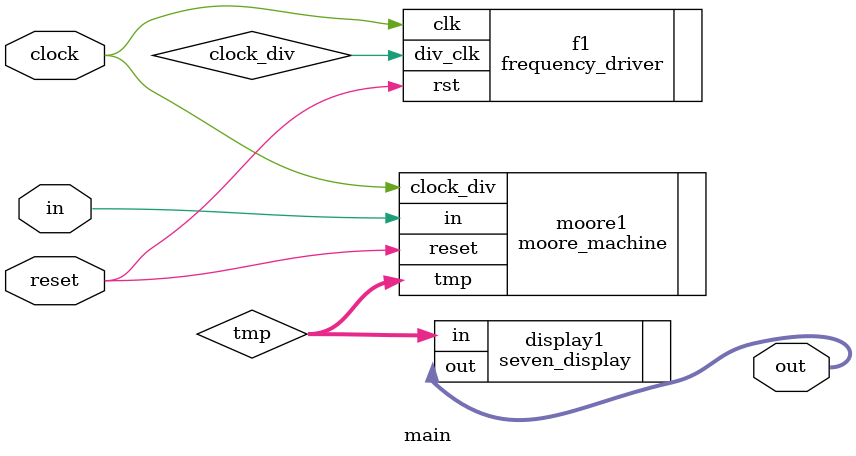
<source format=v>
module main(clock, reset, in, out);
// module main(clock, reset, in, out, see); 看 Unsigned 用
input clock, reset, in;
output [6:0] out;
// output [3:0] see; 看 Unsigned 用

wire clock_div;
wire [3:0] tmp;

frequency_driver f1(
	.clk(clock),
	.rst(reset),
	.div_clk(clock_div));

moore_machine moore1(
	.clock_div(clock), // 非用 fpga 請直接填入 clock， 用 fpga 填 clock_div
	.reset(reset),
	.in(in),
	.tmp(tmp));
	
seven_display display1(
	.in(tmp),
	.out(out));
	
// assign see = tmp; // 看 Unsigned 用
endmodule
</source>
